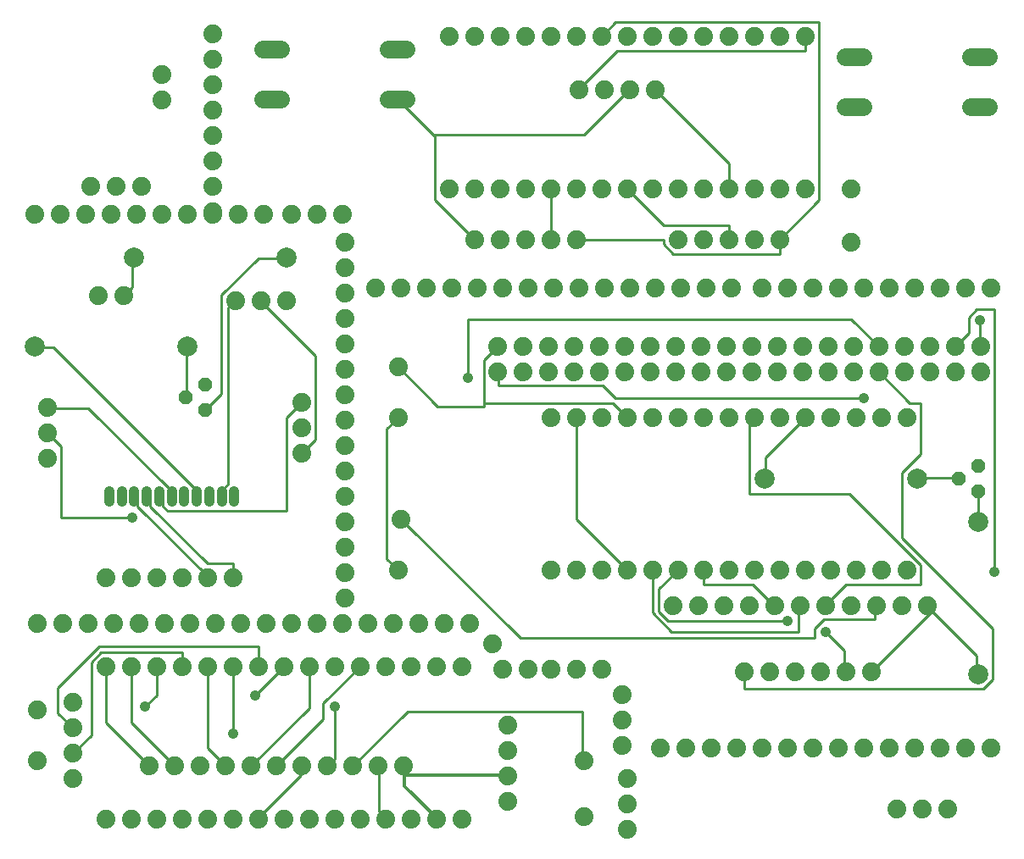
<source format=gbr>
G04 EAGLE Gerber RS-274X export*
G75*
%MOMM*%
%FSLAX34Y34*%
%LPD*%
%INTop Copper*%
%IPPOS*%
%AMOC8*
5,1,8,0,0,1.08239X$1,22.5*%
G01*
%ADD10C,1.879600*%
%ADD11C,1.790700*%
%ADD12C,1.008000*%
%ADD13P,1.429621X8X112.500000*%
%ADD14C,2.000000*%
%ADD15C,0.304800*%
%ADD16C,0.254000*%
%ADD17C,1.066800*%


D10*
X444500Y182880D03*
X419100Y182880D03*
X393700Y182880D03*
X368300Y182880D03*
X342900Y182880D03*
X317500Y182880D03*
X292100Y182880D03*
X266700Y182880D03*
X241300Y182880D03*
X215900Y182880D03*
X190500Y182880D03*
X165100Y182880D03*
X139700Y182880D03*
X114300Y182880D03*
X88900Y182880D03*
X88900Y30480D03*
X114300Y30480D03*
X139700Y30480D03*
X165100Y30480D03*
X190500Y30480D03*
X215900Y30480D03*
X241300Y30480D03*
X266700Y30480D03*
X292100Y30480D03*
X317500Y30480D03*
X342900Y30480D03*
X368300Y30480D03*
X393700Y30480D03*
X419100Y30480D03*
X444500Y30480D03*
X55880Y71120D03*
X55880Y96520D03*
X55880Y121920D03*
X55880Y147320D03*
X490220Y124460D03*
X490220Y99060D03*
X490220Y73660D03*
X490220Y48260D03*
X566420Y88900D03*
X566420Y33020D03*
X20320Y139700D03*
X20320Y88900D03*
X431800Y660400D03*
X457200Y660400D03*
X482600Y660400D03*
X508000Y660400D03*
X533400Y660400D03*
X558800Y660400D03*
X584200Y660400D03*
X609600Y660400D03*
X635000Y660400D03*
X660400Y660400D03*
X685800Y660400D03*
X711200Y660400D03*
X736600Y660400D03*
X762000Y660400D03*
X787400Y660400D03*
X787400Y812800D03*
X762000Y812800D03*
X736600Y812800D03*
X711200Y812800D03*
X685800Y812800D03*
X660400Y812800D03*
X635000Y812800D03*
X609600Y812800D03*
X584200Y812800D03*
X558800Y812800D03*
X533400Y812800D03*
X508000Y812800D03*
X482600Y812800D03*
X457200Y812800D03*
X431800Y812800D03*
X457200Y609600D03*
X482600Y609600D03*
X508000Y609600D03*
X533400Y609600D03*
X558800Y609600D03*
X660400Y609600D03*
X685800Y609600D03*
X711200Y609600D03*
X736600Y609600D03*
X762000Y609600D03*
D11*
X388938Y799592D02*
X371031Y799592D01*
X263970Y799592D02*
X246063Y799592D01*
X371031Y749808D02*
X388938Y749808D01*
X263970Y749808D02*
X246063Y749808D01*
X827723Y742188D02*
X845630Y742188D01*
X952691Y742188D02*
X970598Y742188D01*
X845630Y791972D02*
X827723Y791972D01*
X952691Y791972D02*
X970598Y791972D01*
D10*
X386080Y83820D03*
X360680Y83820D03*
X335280Y83820D03*
X309880Y83820D03*
X284480Y83820D03*
X259080Y83820D03*
X233680Y83820D03*
X208280Y83820D03*
X182880Y83820D03*
X157480Y83820D03*
X132080Y83820D03*
X358140Y561340D03*
X383540Y561340D03*
X408940Y561340D03*
X434340Y561340D03*
X459740Y561340D03*
X485140Y561340D03*
X510540Y561340D03*
X535940Y561340D03*
X561340Y561340D03*
X586740Y561340D03*
X612140Y561340D03*
X637540Y561340D03*
X662940Y561340D03*
X688340Y561340D03*
X713740Y561340D03*
X96520Y226060D03*
X121920Y226060D03*
X147320Y226060D03*
X172720Y226060D03*
X198120Y226060D03*
X223520Y226060D03*
X248920Y226060D03*
X274320Y226060D03*
X299720Y226060D03*
X325120Y226060D03*
X350520Y226060D03*
X375920Y226060D03*
X401320Y226060D03*
X426720Y226060D03*
X452120Y226060D03*
X609600Y20320D03*
X609600Y45720D03*
X609600Y71120D03*
X20320Y226060D03*
X45720Y226060D03*
X71120Y226060D03*
X274320Y635000D03*
X299720Y635000D03*
X325120Y635000D03*
X929640Y40640D03*
X904240Y40640D03*
X878840Y40640D03*
X124460Y662940D03*
X99060Y662940D03*
X73660Y662940D03*
X533400Y180340D03*
X558800Y180340D03*
X584200Y180340D03*
X604520Y104140D03*
X604520Y129540D03*
X604520Y154940D03*
X510540Y180340D03*
X485140Y180340D03*
X144780Y774700D03*
X144780Y749300D03*
X327660Y251460D03*
X327660Y276860D03*
X327660Y302260D03*
X327660Y327660D03*
X327660Y353060D03*
X327660Y378460D03*
X327660Y403860D03*
X327660Y429260D03*
X327660Y454660D03*
X327660Y480060D03*
X327660Y505460D03*
X327660Y530860D03*
X327660Y556260D03*
X327660Y581660D03*
X327660Y607060D03*
X833120Y660400D03*
X833120Y607060D03*
X972820Y101600D03*
X947420Y101600D03*
X922020Y101600D03*
X896620Y101600D03*
X871220Y101600D03*
X845820Y101600D03*
X820420Y101600D03*
X795020Y101600D03*
X769620Y101600D03*
X744220Y101600D03*
X718820Y101600D03*
X693420Y101600D03*
X668020Y101600D03*
X642620Y101600D03*
X744220Y561340D03*
X769620Y561340D03*
X795020Y561340D03*
X820420Y561340D03*
X845820Y561340D03*
X871220Y561340D03*
X896620Y561340D03*
X922020Y561340D03*
X947420Y561340D03*
X972820Y561340D03*
X637540Y759460D03*
X612140Y759460D03*
X586740Y759460D03*
X561340Y759460D03*
X962660Y502920D03*
X937260Y502920D03*
X911860Y502920D03*
X886460Y502920D03*
X861060Y502920D03*
X835660Y502920D03*
X810260Y502920D03*
X784860Y502920D03*
X759460Y502920D03*
X734060Y502920D03*
X708660Y502920D03*
X683260Y502920D03*
X657860Y502920D03*
X632460Y502920D03*
X607060Y502920D03*
X581660Y502920D03*
X556260Y502920D03*
X530860Y502920D03*
X505460Y502920D03*
X480060Y502920D03*
X480060Y477520D03*
X505460Y477520D03*
X530860Y477520D03*
X556260Y477520D03*
X581660Y477520D03*
X607060Y477520D03*
X632460Y477520D03*
X657860Y477520D03*
X683260Y477520D03*
X708660Y477520D03*
X734060Y477520D03*
X759460Y477520D03*
X784860Y477520D03*
X810260Y477520D03*
X835660Y477520D03*
X861060Y477520D03*
X886460Y477520D03*
X911860Y477520D03*
X937260Y477520D03*
X962660Y477520D03*
X381000Y482600D03*
X381000Y431800D03*
X889000Y431800D03*
X863600Y431800D03*
X838200Y431800D03*
X812800Y431800D03*
X787400Y431800D03*
X762000Y431800D03*
X736600Y431800D03*
X711200Y431800D03*
X685800Y431800D03*
X660400Y431800D03*
X635000Y431800D03*
X609600Y431800D03*
X584200Y431800D03*
X558800Y431800D03*
X533400Y431800D03*
X533400Y279400D03*
X558800Y279400D03*
X584200Y279400D03*
X609600Y279400D03*
X635000Y279400D03*
X660400Y279400D03*
X685800Y279400D03*
X711200Y279400D03*
X736600Y279400D03*
X762000Y279400D03*
X787400Y279400D03*
X812800Y279400D03*
X838200Y279400D03*
X863600Y279400D03*
X889000Y279400D03*
D12*
X217440Y347440D02*
X217440Y357520D01*
X204940Y357520D02*
X204940Y347440D01*
X192440Y347440D02*
X192440Y357520D01*
X179940Y357520D02*
X179940Y347440D01*
X167440Y347440D02*
X167440Y357520D01*
X154940Y357520D02*
X154940Y347440D01*
X142440Y347440D02*
X142440Y357520D01*
X129940Y357520D02*
X129940Y347440D01*
X117440Y347440D02*
X117440Y357520D01*
X104940Y357520D02*
X104940Y347440D01*
X92440Y347440D02*
X92440Y357520D01*
D10*
X215900Y271780D03*
X190500Y271780D03*
X165100Y271780D03*
X139700Y271780D03*
X114300Y271780D03*
X88900Y271780D03*
X284480Y396240D03*
X284480Y421640D03*
X284480Y447040D03*
X30480Y441960D03*
X30480Y416560D03*
X30480Y391160D03*
X106680Y553720D03*
X81280Y553720D03*
X269240Y548640D03*
X243840Y548640D03*
X218440Y548640D03*
X17780Y635000D03*
X43180Y635000D03*
X68580Y635000D03*
X93980Y635000D03*
X119380Y635000D03*
X144780Y635000D03*
X170180Y635000D03*
X195580Y635000D03*
X220980Y635000D03*
X246380Y635000D03*
X195580Y637540D03*
X195580Y662940D03*
X195580Y688340D03*
X195580Y713740D03*
X195580Y739140D03*
X195580Y764540D03*
X195580Y789940D03*
X195580Y815340D03*
X655320Y243840D03*
X680720Y243840D03*
X706120Y243840D03*
X731520Y243840D03*
X756920Y243840D03*
X782320Y243840D03*
X807720Y243840D03*
X833120Y243840D03*
X858520Y243840D03*
X883920Y243840D03*
X909320Y243840D03*
X383540Y330200D03*
X381000Y279400D03*
X726440Y177800D03*
X751840Y177800D03*
X777240Y177800D03*
X802640Y177800D03*
X828040Y177800D03*
X853440Y177800D03*
D13*
X960120Y383540D03*
X941070Y370840D03*
X960120Y358140D03*
D14*
X746760Y370840D03*
X899160Y370840D03*
X960120Y175260D03*
X960120Y327660D03*
D13*
X187960Y464820D03*
X168910Y452120D03*
X187960Y439420D03*
D14*
X17780Y502920D03*
X170180Y502920D03*
X269240Y591820D03*
X116840Y591820D03*
D10*
X474980Y205740D03*
D15*
X387350Y63500D02*
X419100Y31750D01*
X387350Y74613D02*
X387350Y82550D01*
X387350Y74613D02*
X387350Y63500D01*
X419100Y31750D02*
X419100Y30480D01*
X387350Y82550D02*
X386080Y83820D01*
X387350Y74613D02*
X488950Y74613D01*
X490220Y73660D01*
X387350Y74613D02*
X386080Y83820D01*
D16*
X317500Y90488D02*
X311150Y84138D01*
X317500Y90488D02*
X317500Y142875D01*
X311150Y84138D02*
X309880Y83820D01*
D17*
X317500Y142875D03*
D16*
X266700Y182563D02*
X238125Y153988D01*
X266700Y182563D02*
X266700Y182880D01*
D17*
X238125Y153988D03*
D16*
X55880Y121920D02*
X41275Y136525D01*
X41275Y161925D01*
X82550Y203200D01*
X241300Y203200D01*
X241300Y182880D01*
X215900Y182880D02*
X215900Y115888D01*
D17*
X215900Y115888D03*
D16*
X190500Y101600D02*
X208280Y83820D01*
X190500Y101600D02*
X190500Y182880D01*
X74613Y114300D02*
X57150Y96838D01*
X74613Y114300D02*
X74613Y187325D01*
X84138Y196850D01*
X165100Y196850D01*
X165100Y182880D01*
X57150Y96838D02*
X55880Y96520D01*
X114300Y127000D02*
X157480Y83820D01*
X114300Y127000D02*
X114300Y182880D01*
X139700Y153988D02*
X128588Y142875D01*
X139700Y153988D02*
X139700Y182880D01*
D17*
X128588Y142875D03*
D16*
X361950Y38100D02*
X368300Y31750D01*
X361950Y38100D02*
X361950Y82550D01*
X368300Y31750D02*
X368300Y30480D01*
X361950Y82550D02*
X360680Y83820D01*
X292100Y141288D02*
X234950Y84138D01*
X292100Y141288D02*
X292100Y182880D01*
X234950Y84138D02*
X233680Y83820D01*
X260350Y84138D02*
X306388Y130175D01*
X306388Y146050D01*
X342900Y182563D01*
X260350Y84138D02*
X259080Y83820D01*
X342900Y182563D02*
X342900Y182880D01*
X132080Y83820D02*
X88900Y127000D01*
X88900Y182880D01*
X241300Y31750D02*
X284163Y74613D01*
X284163Y82550D01*
X241300Y31750D02*
X241300Y30480D01*
X284163Y82550D02*
X284480Y83820D01*
X336550Y84138D02*
X390525Y138113D01*
X565150Y138113D01*
X565150Y88900D01*
X336550Y84138D02*
X335280Y83820D01*
X565150Y88900D02*
X566420Y88900D01*
X417513Y712788D02*
X416719Y713581D01*
X381000Y749300D01*
X417513Y712788D02*
X417513Y649288D01*
X457200Y609600D01*
X381000Y749300D02*
X379984Y749808D01*
X566738Y714375D02*
X611188Y758825D01*
X566738Y714375D02*
X417513Y714375D01*
X611188Y758825D02*
X612140Y759460D01*
X417513Y714375D02*
X416719Y713581D01*
X637540Y759460D02*
X711200Y685800D01*
X711200Y660400D01*
X533400Y660400D02*
X533400Y609600D01*
X558800Y609600D02*
X646113Y609600D01*
X646113Y604838D01*
X655638Y595313D01*
X762000Y595313D01*
X762000Y609600D01*
X584200Y812800D02*
X598488Y827088D01*
X801688Y827088D01*
X801688Y649288D01*
X762000Y609600D01*
X646113Y623888D02*
X609600Y660400D01*
X646113Y623888D02*
X711200Y623888D01*
X711200Y609600D01*
X561975Y760413D02*
X600075Y798513D01*
X787400Y798513D01*
X787400Y812800D01*
X561975Y760413D02*
X561340Y759460D01*
X381000Y482600D02*
X420688Y442913D01*
X466725Y442913D01*
X466725Y446088D02*
X466725Y488950D01*
X466725Y446088D02*
X466725Y442913D01*
X466725Y488950D02*
X479425Y501650D01*
X480060Y502920D01*
X595313Y446088D02*
X609600Y431800D01*
X595313Y446088D02*
X466725Y446088D01*
X598488Y450850D02*
X846138Y450850D01*
X598488Y450850D02*
X585788Y463550D01*
X481013Y463550D01*
X481013Y476250D01*
X480060Y477520D01*
D17*
X846138Y450850D03*
D16*
X909638Y242888D02*
X958850Y193675D01*
X958850Y176213D01*
X909638Y242888D02*
X909320Y243840D01*
X958850Y176213D02*
X960120Y175260D01*
X912813Y236538D02*
X854075Y177800D01*
X912813Y236538D02*
X912813Y238125D01*
X854075Y177800D02*
X853440Y177800D01*
X912813Y238125D02*
X909320Y243840D01*
X381000Y279400D02*
X369888Y290513D01*
X369888Y420688D01*
X381000Y431800D01*
X558800Y330200D02*
X609600Y279400D01*
X558800Y330200D02*
X558800Y431800D01*
X120650Y349250D02*
X117475Y352425D01*
X120650Y349250D02*
X120650Y342900D01*
X190500Y273050D01*
X117475Y352425D02*
X117440Y352480D01*
X190500Y273050D02*
X190500Y271780D01*
X133350Y349250D02*
X130175Y352425D01*
X133350Y349250D02*
X133350Y342900D01*
X190500Y285750D01*
X215900Y285750D01*
X215900Y271780D01*
X130175Y352425D02*
X129940Y352480D01*
X142875Y352425D02*
X146050Y349250D01*
X146050Y342900D01*
X150813Y338138D01*
X269875Y338138D01*
X269875Y431800D01*
X284163Y446088D01*
X142875Y352425D02*
X142440Y352480D01*
X284163Y446088D02*
X284480Y447040D01*
X211138Y541338D02*
X218440Y548640D01*
X211138Y541338D02*
X211138Y365125D01*
X206375Y360363D01*
X206375Y354013D01*
X204940Y352480D01*
X285750Y396875D02*
X298450Y409575D01*
X298450Y493713D01*
X244475Y547688D01*
X285750Y396875D02*
X284480Y396240D01*
X244475Y547688D02*
X243840Y548640D01*
X152400Y355600D02*
X153988Y354013D01*
X152400Y355600D02*
X152400Y360363D01*
X71438Y441325D01*
X31750Y441325D01*
X153988Y354013D02*
X154940Y352480D01*
X31750Y441325D02*
X30480Y441960D01*
X44450Y331788D02*
X115888Y331788D01*
X44450Y331788D02*
X44450Y403225D01*
X31750Y415925D01*
X30480Y416560D01*
D17*
X115888Y331788D03*
D16*
X177800Y355600D02*
X179388Y354013D01*
X177800Y355600D02*
X177800Y360363D01*
X36513Y501650D01*
X19050Y501650D01*
X179388Y354013D02*
X179940Y352480D01*
X19050Y501650D02*
X17780Y502920D01*
X641350Y260350D02*
X660400Y279400D01*
X641350Y260350D02*
X641350Y238125D01*
X650875Y228600D01*
X769938Y228600D01*
D17*
X769938Y228600D03*
D16*
X808038Y244475D02*
X828675Y265113D01*
X903288Y265113D01*
X903288Y284163D01*
X831850Y355600D01*
X731838Y355600D01*
X731838Y427038D01*
X736600Y431800D01*
X808038Y244475D02*
X807720Y243840D01*
X503238Y211138D02*
X384175Y330200D01*
X503238Y211138D02*
X796925Y211138D01*
X796925Y220663D01*
X806450Y230188D01*
X857250Y230188D01*
X857250Y242888D01*
X384175Y330200D02*
X383540Y330200D01*
X857250Y242888D02*
X858520Y243840D01*
X827088Y198438D02*
X808038Y217488D01*
X827088Y198438D02*
X827088Y177800D01*
X828040Y177800D01*
X938213Y503238D02*
X950913Y515938D01*
X950913Y531813D01*
X958850Y539750D01*
X976313Y539750D01*
X976313Y277813D01*
X937260Y502920D02*
X938213Y503238D01*
D17*
X808038Y217488D03*
X976313Y277813D03*
D16*
X962025Y503238D02*
X962025Y528638D01*
X962025Y503238D02*
X962660Y502920D01*
D17*
X962025Y528638D03*
D16*
X892175Y446088D02*
X862013Y476250D01*
X892175Y446088D02*
X903288Y446088D01*
X903288Y395288D01*
X884238Y376238D01*
X884238Y311150D01*
X974725Y220663D01*
X974725Y169863D01*
X965200Y160338D01*
X727075Y160338D01*
X727075Y177800D01*
X862013Y476250D02*
X861060Y477520D01*
X727075Y177800D02*
X726440Y177800D01*
X755650Y244475D02*
X735013Y265113D01*
X685800Y265113D01*
X685800Y279400D01*
X755650Y244475D02*
X756920Y243840D01*
X635000Y236538D02*
X635000Y279400D01*
X635000Y236538D02*
X654050Y217488D01*
X781050Y217488D01*
X781050Y242888D01*
X782320Y243840D01*
X960438Y328613D02*
X960438Y357188D01*
X960120Y358140D01*
X960438Y328613D02*
X960120Y327660D01*
X860425Y503238D02*
X833438Y530225D01*
X450850Y530225D01*
X450850Y471488D01*
X860425Y503238D02*
X861060Y502920D01*
D17*
X450850Y471488D03*
D16*
X900113Y371475D02*
X939800Y371475D01*
X941070Y370840D01*
X900113Y371475D02*
X899160Y370840D01*
X787400Y431800D02*
X747713Y392113D01*
X747713Y371475D01*
X746760Y370840D01*
X169863Y452438D02*
X169863Y501650D01*
X169863Y452438D02*
X168910Y452120D01*
X169863Y501650D02*
X170180Y502920D01*
X204788Y455613D02*
X188913Y439738D01*
X204788Y455613D02*
X204788Y554038D01*
X241300Y590550D01*
X268288Y590550D01*
X188913Y439738D02*
X187960Y439420D01*
X268288Y590550D02*
X269240Y591820D01*
X115888Y561975D02*
X107950Y554038D01*
X115888Y561975D02*
X115888Y590550D01*
X107950Y554038D02*
X106680Y553720D01*
X115888Y590550D02*
X116840Y591820D01*
M02*

</source>
